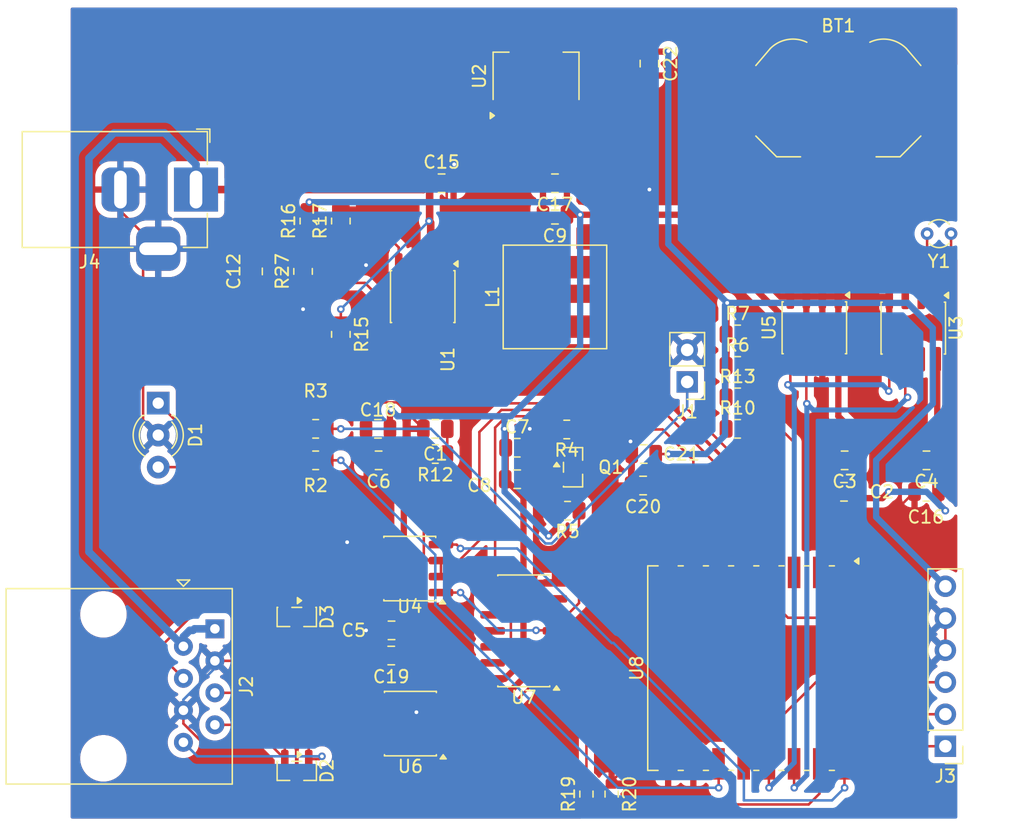
<source format=kicad_pcb>
(kicad_pcb (version 20241229) (generator "pcbnew") (generator_version "9.0")
  (layers (0 "F.Cu" signal) (2 "B.Cu" signal) (13 "F.Paste" user) (15 "B.Paste" user) (5 "F.SilkS" user "F.Silkscreen") (7 "B.SilkS" user "B.Silkscreen") (1 "F.Mask" user) (3 "B.Mask" user) (25 "Edge.Cuts" user))
  (net 0 "")
  (net 1 "Net-(C12-Pad1)")
  (net 2 "FullDuplex")
  (net 3 "HalfDuplex")
  (net 4 "RST")
  (net 5 "Net-(C1-Pad1)")
  (net 6 "FULL_RS485_A")
  (net 7 "+3.3V")
  (net 8 "GND")
  (net 9 "EN")
  (net 10 "+5V")
  (net 11 "BAT")
  (net 13 "FULL_RS485_B")
  (net 14 "HALF_RS485_B")
  (net 15 "HALF_RS485_A")
  (net 16 "+12V")
  (net 17 "GPIO0")
  (net 18 "Net-(U3-X2)")
  (net 19 "Net-(U3-X1)")
  (net 20 "SDA")
  (net 21 "RX")
  (net 22 "SCL")
  (net 23 "TX")
  (net 24 "Debug")
  (net 28 "Net-(Q1-B)")
  (net 33 "DE{slash}RE")
  (net 34 "Net-(R19-Pad2)")
  (net 35 "Net-(U4-R)")
  (net 36 "Net-(U6-R)")
  (net 37 "Net-(D1-A2)")
  (net 38 "Net-(D1-A1)")
  (net 39 "U1 - L1")
  (net 40 "Net-(U8-GPIO2)")
  (net 41 "Net-(U1-EN)")
  (net 42 "Net-(U1-FB)")
  (net 43 "Net-(U1-COMP)")
  (footprint "Resistor_SMD:R_0603_1608Metric" (layer "F.Cu") (at 186.5 92.5 -90)
    (property "Reference" "R20")
    (property "Value" "10kΩ")
  )
  (footprint "Crystal:Crystal_DS26_D2.0mm_L6.0mm_Vertical" (layer "F.Cu") (at 213.45 48 180)
    (property "Reference" "Y1")
    (property "Value" "Crystal")
  )
  (footprint "Resistor_SMD:R_0805_2012Metric" (layer "F.Cu") (at 165 56 -90)
    (property "Reference" "R15")
    (property "Value" "10kΩ")
  )
  (footprint "Resistor_SMD:R_0805_2012Metric" (layer "F.Cu") (at 172.5 65.5 180)
    (property "Reference" "R12")
    (property "Value" "560Ω")
  )
  (footprint "Capacitor_SMD:C_0805_2012Metric" (layer "F.Cu") (at 167.95 63.5 180)
    (property "Reference" "C18")
    (property "Value" "100nF" (hide yes))
  )
  (footprint "Capacitor_SMD:C_0805_2012Metric" (layer "F.Cu") (at 182 44 180)
    (property "Reference" "C17")
    (property "Value" "100nF")
  )
  (footprint "Resistor_SMD:R_0805_2012Metric" (layer "F.Cu") (at 162.5 47 90)
    (property "Reference" "R16")
    (property "Value" "24.9kΩ")
  )
  (footprint "Resistor_SMD:R_0805_2012Metric" (layer "F.Cu") (at 165 47 90)
    (property "Reference" "R17")
    (property "Value" "4.75kΩ")
  )
  (footprint "Capacitor_SMD:C_0805_2012Metric" (layer "F.Cu") (at 211.5 68.5 180)
    (property "Reference" "C16")
    (property "Value" "100nF" (hide yes))
  )
  (footprint "Package_TO_SOT_SMD:SOT-223-3_TabPin2" (layer "F.Cu") (at 180.5 35.5 90)
    (property "Reference" "U2")
    (property "Value" "AMS1117-3.3")
  )
  (footprint "Resistor_SMD:R_0603_1608Metric" (layer "F.Cu") (at 184.5 92.5 90)
    (property "Reference" "R19")
    (property "Value" "3.3kΩ")
  )
  (footprint "Package_TO_SOT_SMD:SOT-23" (layer "F.Cu") (at 183.4375 66.55)
    (property "Reference" "Q1")
    (property "Value" "BC817" (hide yes))
  )
  (footprint "Resistor_SMD:R_0805_2012Metric" (layer "F.Cu") (at 179 65)
    (property "Reference" "C7")
    (property "Value" "100nF")
  )
  (footprint "Battery:BatteryHolder_LINX_BAT-HLD-012-SMT" (layer "F.Cu") (at 204.5 37.5 180)
    (property "Reference" "BT1")
    (property "Value" "Battery" (hide yes))
  )
  (footprint "Capacitor_SMD:C_0805_2012Metric" (layer "F.Cu") (at 173 44)
    (property "Reference" "C15")
    (property "Value" "100nF")
  )
  (footprint "Connector_BarrelJack:BarrelJack_Horizontal" (layer "F.Cu") (at 153.5 44.5)
    (property "Reference" "J4")
    (property "Value" "Barrel_Jack_MountingPin")
  )
  (footprint "Resistor_SMD:R_0805_2012Metric" (layer "F.Cu") (at 183 70 180)
    (property "Reference" "R5")
    (property "Value" "10kΩ")
  )
  (footprint "Connector_RJ:RJ45_Amphenol_54602-x08_Horizontal" (layer "F.Cu") (at 152.5 79.5 -90)
    (property "Reference" "J2")
    (property "Value" "RJ45")
  )
  (footprint "Capacitor_SMD:C_0805_2012Metric" (layer "F.Cu") (at 189.05 65.5 180)
    (property "Reference" "C21")
    (property "Value" "100nF" (hide yes))
  )
  (footprint "Inductor_SMD:L_Coilcraft_XAL7030-222" (layer "F.Cu") (at 182 53.025 90)
    (property "Reference" "L1")
    (property "Value" "220uH")
  )
  (footprint "Connector_PinHeader_2.54mm:PinHeader_1x02_P2.54mm_Vertical" (layer "F.Cu") (at 192.5 59.775 180)
    (property "Reference" "J1")
    (property "Value" "Conn_01x02_Pin")
  )
  (footprint "Connector_PinHeader_2.54mm:PinHeader_1x06_P2.54mm_Vertical" (layer "F.Cu") (at 213 88.7 180)
    (property "Reference" "J3")
    (property "Value" "Conn_01x06_Pin")
  )
  (footprint "Package_TO_SOT_SMD:SOT-23" (layer "F.Cu") (at 161.5 78.4375 -90)
    (property "Reference" "D3")
    (property "Value" "SM712_SOT23" (hide yes))
  )
  (footprint "Resistor_SMD:R_0805_2012Metric" (layer "F.Cu") (at 196.5 61)
    (property "Reference" "R13")
    (property "Value" "4.7kΩ")
  )
  (footprint "Resistor_SMD:R_0805_2012Metric" (layer "F.Cu") (at 162 51 90)
    (property "Reference" "R27")
    (property "Value" "4.75kΩ")
  )
  (footprint "Capacitor_SMD:C_0805_2012Metric" (layer "F.Cu") (at 169 81.5 180)
    (property "Reference" "C19")
    (property "Value" "100nF")
  )
  (footprint "Resistor_SMD:R_0805_2012Metric" (layer "F.Cu") (at 196.5 58.5)
    (property "Reference" "R6")
    (property "Value" "4.7kΩ")
  )
  (footprint "Resistor_SMD:R_0805_2012Metric" (layer "F.Cu") (at 196.5 56)
    (property "Reference" "R7")
    (property "Value" "4.7kΩ")
  )
  (footprint "Package_SO:SOIC-8_3.9x4.9mm_P1.27mm" (layer "F.Cu") (at 170.525 86.905 180)
    (property "Reference" "U6")
    (property "Value" "SN75176AD" (hide yes))
  )
  (footprint "Capacitor_SMD:C_0805_2012Metric" (layer "F.Cu") (at 172.5 63.5 180)
    (property "Reference" "C1")
    (property "Value" "100nF")
  )
  (footprint "Capacitor_SMD:C_0805_2012Metric" (layer "F.Cu") (at 205 66 180)
    (property "Reference" "C3")
    (property "Value" "100nF")
  )
  (footprint "LED_THT:LED_D3.0mm-3" (layer "F.Cu") (at 150.5 61.46 -90)
    (property "Reference" "D1")
    (property "Value" "LED_Dual_AAK" (hide yes))
  )
  (footprint "RF_Module:ESP-07" (layer "F.Cu") (at 200.0875 82.5 -90)
    (property "Reference" "U8")
    (property "Value" "ESP-07")
  )
  (footprint "Package_SO:SOIC-8_3.9x4.9mm_P1.27mm" (layer "F.Cu") (at 170.475 74.595 180)
    (property "Reference" "U4")
    (property "Value" "SN75176AD" (hide yes))
  )
  (footprint "Package_SO:SOIC-14_3.9x8.7mm_P1.27mm" (layer "F.Cu") (at 179.525 79.54 180)
    (property "Reference" "U7")
    (property "Value" "74HC4066D" (hide yes))
  )
  (footprint "Resistor_SMD:R_0805_2012Metric" (layer "F.Cu") (at 196.5 63.5)
    (property "Reference" "R10")
    (property "Value" "5.6kΩ")
  )
  (footprint "Capacitor_SMD:C_0805_2012Metric" (layer "F.Cu") (at 189 68 180)
    (property "Reference" "C20")
    (property "Value" "100nF")
  )
  (footprint "Capacitor_SMD:C_0805_2012Metric" (layer "F.Cu") (at 182 46.5 180)
    (property "Reference" "C9")
    (property "Value" "100nF")
  )
  (footprint "Resistor_SMD:R_0805_2012Metric" (layer "F.Cu") (at 163 66 180)
    (property "Reference" "R2")
    (property "Value" "1kΩ")
  )
  (footprint "Package_SO:SOIC-8_3.9x4.9mm_P1.27mm" (layer "F.Cu") (at 171.5 53 -90)
    (property "Reference" "U1")
    (property "Value" "NCP3170")
  )
  (footprint "Resistor_SMD:R_0805_2012Metric" (layer "F.Cu") (at 182.9375 63.55 180)
    (property "Reference" "R4")
    (property "Value" "1kΩ")
  )
  (footprint "Capacitor_SMD:C_0805_2012Metric" (layer "F.Cu") (at 169.025 79.5 180)
    (property "Reference" "C5")
    (property "Value" "100nF" (hide yes))
  )
  (footprint "Package_SO:SOIC-8_3.9x4.9mm_P1.27mm" (layer "F.Cu") (at 210.45 55.5 -90)
    (property "Reference" "U3")
    (property "Value" "DS1307Z+" (hide yes))
  )
  (footprint "Capacitor_SMD:C_0805_2012Metric" (layer "F.Cu") (at 159.5 51 -90)
    (property "Reference" "C12")
    (property "Value" "100nF")
  )
  (footprint "Capacitor_SMD:C_0805_2012Metric" (layer "F.Cu") (at 168 66 180)
    (property "Reference" "C6")
    (property "Value" "100nF")
  )
  (footprint "Package_SO:SOIC-8_3.9x4.9mm_P1.27mm" (layer "F.Cu") (at 202.595 55.475 -90)
    (property "Reference" "U5")
    (property "Value" "24M02RD" (hide yes))
  )
  (footprint "Capacitor_SMD:C_0805_2012Metric" (layer "F.Cu") (at 179 67.5)
    (property "Reference" "C8")
    (property "Value" "100nF")
  )
  (footprint "Capacitor_SMD:C_0805_2012Metric" (layer "F.Cu") (at 189.5 34.5 -90)
    (property "Reference" "C22")
    (property "Value" "100nF")
  )
  (footprint "Resistor_SMD:R_0805_2012Metric" (layer "F.Cu") (at 163 63.5 180)
    (property "Reference" "R3")
    (property "Value" "10kΩ")
  )
  (footprint "Capacitor_SMD:C_0805_2012Metric" (layer "F.Cu") (at 211.5 66 180)
    (property "Reference" "C4")
    (property "Value" "100nF")
  )
  (footprint "Package_TO_SOT_SMD:SOT-23" (layer "F.Cu") (at 161.5 90.6575 -90)
    (property "Reference" "D2")
    (property "Value" "SM712_SOT23" (hide yes))
  )
  (footprint "Capacitor_SMD:C_0805_2012Metric" (layer "F.Cu") (at 204.95 68.5 180)
    (property "Reference" "C2")
    (property "Value" "100nF" (hide yes))
  )
  (segment (start 159.5 50.05) (end 161.9625 50.05) (width 0.2) (layer "F.Cu") (net 1))
  (segment (start 161.9625 50.05) (end 162 50.0875) (width 0.2) (layer "F.Cu") (net 1))
  (segment (start 183.85 62.85) (end 183.5 62.5) (width 0.2) (layer "F.Cu") (net 2))
  (segment (start 178.150057 62.5) (end 177.249 63.401057) (width 0.2) (layer "F.Cu") (net 2))
  (segment (start 177.249 63.401057) (end 177.249 73.914032) (width 0.2) (layer "F.Cu") (net 2))
  (segment (start 177.249 73.914032) (end 178.5 75.165032) (width 0.2) (layer "F.Cu") (net 2))
  (segment (start 178.5 81.604999) (end 178.024999 82.08) (width 0.2) (layer "F.Cu") (net 2))
  (segment (start 183.85 63.55) (end 183.85 62.85) (width 0.2) (layer "F.Cu") (net 2))
  (segment (start 178.5 75.165032) (end 178.5 81.604999) (width 0.2) (layer "F.Cu") (net 2))
  (segment (start 192.9875 65.9875) (end 190.55 63.55) (width 0.2) (layer "F.Cu") (net 2))
  (segment (start 183.5 62.5) (end 178.150057 62.5) (width 0.2) (layer "F.Cu") (net 2))
  (segment (start 192.9875 74.9) (end 192.9875 65.9875) (width 0.2) (layer "F.Cu") (net 2))
  (segment (start 190.55 63.55) (end 183.85 63.55) (width 0.2) (layer "F.Cu") (net 2))
  (segment (start 178.024999 82.08) (end 177.05 82.08) (width 0.2) (layer "F.Cu") (net 2))
  (segment (start 184.375 66.55) (end 183.9125 67.0125) (width 0.2) (layer "F.Cu") (net 3))
  (segment (start 183.9125 67.0125) (end 183.9125 70) (width 0.2) (layer "F.Cu") (net 3))
  (segment (start 182.974999 78.27) (end 182 78.27) (width 0.2) (layer "F.Cu") (net 3))
  (segment (start 183.9125 70) (end 183.9125 77.332499) (width 0.2) (layer "F.Cu") (net 3))
  (segment (start 183.9125 77.332499) (end 182.974999 78.27) (width 0.2) (layer "F.Cu") (net 3))
  (segment (start 198.9875 74.9) (end 198.9875 65.075) (width 0.2) (layer "F.Cu") (net 4))
  (segment (start 203.5 78.5) (end 204.9875 77.0125) (width 0.2) (layer "F.Cu") (net 4))
  (segment (start 204.9875 77.0125) (end 204.9875 74.9) (width 0.2) (layer "F.Cu") (net 4))
  (segment (start 200.5 78.5) (end 203.5 78.5) (width 0.2) (layer "F.Cu") (net 4))
  (segment (start 198.9875 74.9) (end 198.9875 76.9875) (width 0.2) (layer "F.Cu") (net 4))
  (segment (start 198.9875 76.9875) (end 200.5 78.5) (width 0.2) (layer "F.Cu") (net 4))
  (segment (start 198.9875 65.075) (end 197.4125 63.5) (width 0.2) (layer "F.Cu") (net 4))
  (segment (start 173.45 63.5) (end 173.45 65.4625) (width 0.2) (layer "F.Cu") (net 5))
  (segment (start 173.45 65.4625) (end 173.4125 65.5) (width 0.2) (layer "F.Cu") (net 5))
  (segment (start 157.83 87) (end 155 87) (width 0.2) (layer "F.Cu") (net 6))
  (segment (start 160.55 89.72) (end 157.83 87) (width 0.2) (layer "F.Cu") (net 6))
  (segment (start 161.73 86.27) (end 168.05 86.27) (width 0.2) (layer "F.Cu") (net 6))
  (segment (start 160.55 87.45) (end 161.73 86.27) (width 0.2) (layer "F.Cu") (net 6))
  (segment (start 160.55 89.72) (end 160.55 87.45) (width 0.2) (layer "F.Cu") (net 6))
  (segment (start 180.5 32.35) (end 180.5 38.65) (width 0.5) (layer "F.Cu") (net 7))
  (segment (start 189.5 33.55) (end 190.95 33.55) (width 0.5) (layer "F.Cu") (net 7))
  (segment (start 195.675 57.475) (end 195.675 53.5) (width 0.2) (layer "F.Cu") (net 7))
  (segment (start 195.675 56) (end 195.675 57.475) (width 0.4) (layer "F.Cu") (net 7))
  (segment (start 195.675 53.5) (end 195.675 56) (width 0.4) (layer "F.Cu") (net 7))
  (segment (start 195.675 61) (end 195.675 58.5) (width 0.2) (layer "F.Cu") (net 7))
  (segment (start 190 66.75) (end 190 67.575) (width 0.5) (layer "F.Cu") (net 7))
  (segment (start 190.95 33.55) (end 191 33.5) (width 0.2) (layer "F.Cu") (net 7))
  (segment (start 195.675 57.475) (end 195.675 58.5) (width 0.4) (layer "F.Cu") (net 7))
  (segment (start 189.95 68) (end 189.95 73.8625) (width 0.5) (layer "F.Cu") (net 7))
  (segment (start 188.3 32.35) (end 189.5 33.55) (width 0.5) (layer "F.Cu") (net 7))
  (segment (start 180.5 32.35) (end 188.3 32.35) (width 0.5) (layer "F.Cu") (net 7))
  (segment (start 190 67.575) (end 189.825 67.75) (width 0.2) (layer "F.Cu") (net 7))
  (segment (start 195.675 63.5) (end 195.675 61) (width 0.2) (layer "F.Cu") (net 7))
  (segment (start 191 65.5) (end 190 65.5) (width 0.2) (layer "F.Cu") (net 7))
  (segment (start 190 65.25) (end 190 66.75) (width 0.5) (layer "F.Cu") (net 7))
  (segment (start 189.95 73.8625) (end 190.9875 74.9) (width 0.5) (layer "F.Cu") (net 7))
  (via (at 195.675 53.5) (size 0.6) (drill 0.3) (layers "F.Cu" "B.Cu") (net 7))
  (via (at 191 65.5) (size 0.6) (drill 0.3) (layers "F.Cu" "B.Cu") (net 7))
  (via (at 191 33.5) (size 0.6) (drill 0.3) (layers "F.Cu" "B.Cu") (net 7))
  (segment (start 212 61.5) (end 207.5 66) (width 0.5) (layer "B.Cu") (net 7))
  (segment (start 207.5 70.5) (end 213 76) (width 0.5) (layer "B.Cu") (net 7))
  (segment (start 191 33.5) (end 191 48.825) (width 0.5) (layer "B.Cu") (net 7))
  (segment (start 194 65.5) (end 195.5 64) (width 0.5) (layer "B.Cu") (net 7))
  (segment (start 210 53.5) (end 212 55.5) (width 0.5) (layer "B.Cu") (net 7))
  (segment (start 195.5 53.675) (end 195.675 53.5) (width 0.2) (layer "B.Cu") (net 7))
  (segment (start 195.675 53.5) (end 210 53.5) (width 0.5) (layer "B.Cu") (net 7))
  (segment (start 191 65.5) (end 194 65.5) (width 0.5) (layer "B.Cu") (net 7))
  (segment (start 212 55.5) (end 212 61.5) (width 0.5) (layer "B.Cu") (net 7))
  (segment (start 191 48.825) (end 195.675 53.5) (width 0.5) (layer "B.Cu") (net 7))
  (segment (start 207.5 66) (end 207.5 70.5) (width 0.5) (layer "B.Cu") (net 7))
  (segment (start 195.5 64) (end 195.5 53.675) (width 0.5) (layer "B.Cu") (net 7))
  (segment (start 189.4125 91.675) (end 190.9875 90.1) (width 0.2) (layer "F.Cu") (net 8))
  (segment (start 161.5 79.375) (end 158.955 81.92) (width 0.2) (layer "F.Cu") (net 8))
  (segment (start 180.73 75.73) (end 182 75.73) (width 0.2) (layer "F.Cu") (net 8))
  (segment (start 186.5 91.675) (end 189.4125 91.675) (width 0.2) (layer "F.Cu") (net 8))
  (segment (start 167 64) (end 167.05 64.05) (width 0.2) (layer "F.Cu") (net 8))
  (segment (start 188.1 65.25) (end 188.1 67.575) (width 0.2) (layer "F.Cu") (net 8))
  (segment (start 204 66.5) (end 204 68.5) (width 0.2) (layer "F.Cu") (net 8))
  (segment (start 173.405 44.545) (end 173.95 44) (width 0.2) (layer "F.Cu") (net 8))
  (segment (start 168.225 81.7) (end 168.075 81.85) (width 0.2) (layer "F.Cu") (net 8))
  (segment (start 170.865 50.525) (end 170.865 52.135) (width 0.2) (layer "F.Cu") (net 8))
  (segment (start 205.025 53.025) (end 206.5 53.025) (width 0.2) (layer "F.Cu") (net 8))
  (segment (start 188.26 61.475) (end 192.5 57.235) (width 0.2) (layer "F.Cu") (net 8))
  (segment (start 167.05 64.05) (end 167.05 66) (width 0.2) (layer "F.Cu") (net 8))
  (segment (start 186.5 91.675) (end 186.5 91.5) (width 0.2) (layer "F.Cu") (net 8))
  (segment (start 149.299 50.401) (end 150.5 49.2) (width 0.2) (layer "F.Cu") (net 8))
  (segment (start 206.5 61.95) (end 210.55 66) (width 0.2) (layer "F.Cu") (net 8))
  (segment (start 189.5 35.45) (end 189.5 44.5) (width 0.2) (layer "F.Cu") (net 8))
  (segment (start 173.889943 87.54) (end 173 87.54) (width 0.2) (layer "F.Cu") (net 8))
  (segment (start 169.449 61.399) (end 168.5 61.399) (width 0.2) (layer "F.Cu") (net 8))
  (segment (start 174 42.5) (end 174.35 42.5) (width 0.2) (layer "F.Cu") (net 8))
  (segment (start 161.55 54) (end 162 54) (width 0.2) (layer "F.Cu") (net 8))
  (segment (start 165 46.0875) (end 170.0875 46.0875) (width 0.2) (layer "F.Cu") (net 8))
  (segment (start 188.05 89.95) (end 188.05 82) (width 0.2) (layer "F.Cu") (net 8))
  (segment (start 168.376 61.399) (end 167 62.775) (width 0.2) (layer "F.Cu") (net 8))
  (segment (start 179.95 67.5) (end 180.5 68.05) (width 0.2) (layer "F.Cu") (net 8))
  (segment (start 174.35 42.5) (end 178.2 38.65) (width 0.2) (layer "F.Cu") (net 8))
  (segment (start 147.5 46.2) (end 150.5 49.2) (width 0.2) (layer "F.Cu") (net 8))
  (segment (start 181.05 46.5) (end 181.05 44) (width 0.2) (layer "F.Cu") (net 8))
  (segment (start 170.865 46.865) (end 170.865 50.525) (width 0.2) (layer "F.Cu") (net 8))
  (segment (start 162 56.5) (end 162 54) (width 0.2) (layer "F.Cu") (net 8))
  (segment (start 169.525 61.475) (end 188.26 61.475) (width 0.2) (layer "F.Cu") (net 8))
  (segment (start 168.075 79.5) (end 168.075 81.35) (width 0.2) (layer "F.Cu") (net 8))
  (segment (start 181.05 42.55) (end 178.2 39.7) (width 0.2) (layer "F.Cu") (net 8))
  (segment (start 192.19 44.5) (end 200.69 53) (width 0.2) (layer "F.Cu") (net 8))
  (segment (start 168.5 61.399) (end 168.376 61.399) (width 0.2) (layer "F.Cu") (net 8))
  (segment (start 172.025001 87.54) (end 167.970001 91.595) (width 0.2) (layer "F.Cu") (net 8))
  (segment (start 179.9125 65) (end 179.9125 63.5875) (width 0.2) (layer "F.Cu") (net 8))
  (segment (start 200.69 53) (end 201.96 53) (width 0.2) (layer "F.Cu") (net 8))
  (segment (start 149.349 51.95) (end 149.299 52) (width 0.2) (layer "F.Cu") (net 8))
  (segment (start 203.23 57.95) (end 203.23 65.18) (width 0.2) (layer "F.Cu") (net 8))
  (segment (start 169.525 61.475) (end 169.449 61.399) (width 0.2) (layer "F.Cu") (net 8))
  (segment (start 167 51) (end 167 50.5) (width 0.2) (layer "F.Cu") (net 8))
  (segment (start 210.9 68.15) (end 210.55 68.5) (width 0.2) (layer "F.Cu") (net 8))
  (segment (start 167 62.775) (end 167 63.5) (width 0.2) (layer "F.Cu") (net 8))
  (segment (start 181.05 44) (end 181.05 42.55) (width 0.2) (layer "F.Cu") (net 8))
  (segment (start 158.955 81.92) (end 155 81.92) (width 0.2) (layer "F.Cu") (net 8))
  (segment (start 186.5 91.5) (end 188.05 89.95) (width 0.2) (layer "F.Cu") (net 8))
  (segment (start 201.96 53) (end 203.23 53) (width 0.2) (layer "F.Cu") (net 8))
  (segment (start 168.225 81.5) (end 168.225 81.7) (width 0.2) (layer "F.Cu") (net 8))
  (segment (start 168.075 79.5) (end 167 79.5) (width 0.2) (layer "F.Cu") (net 8))
  (segment (start 188.1 67.575) (end 188.275 67.75) (width 0.2) (layer "F.Cu") (net 8))
  (segment (start 204 68.5) (end 204 70) (width 0.2) (layer "F.Cu") (net 8))
  (segment (start 167.970001 91.595) (end 161.5 91.595) (width 0.2) (layer "F.Cu") (net 8))
  (segment (start 159.5 51.95) (end 149.349 51.95) (width 0.2) (layer "F.Cu") (net 8))
  (segment (start 173.405 50.525) (end 173.405 44.545) (width 0.2) (layer "F.Cu") (net 8))
  (segment (start 180.5 75.5) (end 180.73 75.73) (width 0.2) (layer "F.Cu") (net 8))
  (segment (start 204.5 53) (end 205 53) (width 0.2) (layer "F.Cu") (net 8))
  (segment (start 178.2 39.7) (end 178.2 38.65) (width 0.2) (layer "F.Cu") (net 8))
  (segment (start 206.5 53.025) (end 206.5 61.95) (width 0.2) (layer "F.Cu") (net 8))
  (segment (start 205 53) (end 205.025 53.025) (width 0.2) (layer "F.Cu") (net 8))
  (segment (start 206.5 53.025) (end 208.545 53.025) (width 0.2) (layer "F.Cu") (net 8))
  (segment (start 161.5 91.595) (end 157.191339 91.595) (width 0.2) (layer "F.Cu") (net 8))
  (segment (start 167 63.5) (end 167 64) (width 0.2) (layer "F.Cu") (net 8))
  (segment (start 213 81.08) (end 213 78.54) (width 0.2) (layer "F.Cu") (net 8))
  (segment (start 168.5 58) (end 163.5 58) (width 0.2) (layer "F.Cu") (net 8))
  (segment (start 163.5 58) (end 149.299 58) (width 0.2) (layer "F.Cu") (net 8))
  (segment (start 204.5 53) (end 203.23 53) (width 0.2) (layer "F.Cu") (net 8))
  (segment (start 170.865 52.135) (end 170 53) (width 0.2) (layer "F.Cu") (net 8))
  (segment (start 210.55 66) (end 210.55 68.5) (width 0.2) (layer "F.Cu") (net 8))
  (segment (start 188.05 82) (end 212.08 82) (width 0.2) (layer "F.Cu") (net 8))
  (segment (start 180.5 68.05) (end 180.5 69.5) (width 0.2) (layer "F.Cu") (net 8))
  (segment (start 163.5 58) (end 162 56.5) (width 0.2) (layer "F.Cu") (net 8))
  (segment (start 180.5 69.5) (end 180.5 75.5) (width 0.2) (layer "F.Cu") (net 8))
  (segment (start 168.075 81.35) (end 168.225 81.5) (width 0.2) (layer "F.Cu") (net 8))
  (segment (start 147.5 44.5) (end 147.5 46.2) (width 0.2) (layer "F.Cu") (net 8))
  (segment (start 173 87.54) (end 172.025001 87.54) (width 0.2) (layer "F.Cu") (net 8))
  (segment (start 152.5 86.903661) (end 152.5 85.85) (width 0.2) (layer "F.Cu") (net 8))
  (segment (start 149.299 52) (end 149.299 50.401) (width 0.2) (layer "F.Cu") (net 8))
  (segment (start 197.5 44.5) (end 192.19 44.5) (width 0.2) (layer "F.Cu") (net 8))
  (segment (start 149.299 58) (end 149.299 52) (width 0.2) (layer "F.Cu") (net 8))
  (segment (start 159.5 51.95) (end 161.55 54) (width 0.2) (layer "F.Cu") (net 8))
  (segment (start 189.5 44.5) (end 192.19 44.5) (width 0.2) (layer "F.Cu") (net 8))
  (segment (start 167.5 51.5) (end 167 51) (width 0.2) (layer "F.Cu") (net 8))
  (segment (start 157.191339 91.595) (end 152.5 86.903661) (width 0.2) (layer "F.Cu") (net 8))
  (segment (start 171.55 63.5) (end 169.525 61.475) (width 0.2) (layer "F.Cu") (net 8))
  (segment (start 179.9125 65) (end 179.9125 67.4625) (width 0.2) (layer "F.Cu") (net 8))
  (segment (start 173.95 42.55) (end 174 42.5) (width 0.2) (layer "F.Cu") (net 8))
  (segment (start 170 53) (end 169 53) (width 0.2) (layer "F.Cu") (net 8))
  (segment (start 170.0875 46.0875) (end 170.865 46.865) (width 0.2) (layer "F.Cu") (net 8))
  (segment (start 204.05 66) (end 204.05 66.45) (width 0.2) (layer "F.Cu") (net 8))
  (segment (start 209.05 70) (end 210.55 68.5) (width 0.2) (layer "F.Cu") (net 8))
  (segment (start 149.299 62.799) (end 149.299 58) (width 0.2) (layer "F.Cu") (net 8))
  (segment (start 168.05 80.85) (end 168.05 85) (width 0.2) (layer "F.Cu") (net 8))
  (segment (start 173.95 44) (end 173.95 42.55) (width 0.2) (layer "F.Cu") (net 8))
  (segment (start 168 72.69) (end 165.69 72.69) (width 0.2) (layer "F.Cu") (net 8))
  (segment (start 168.5 61.399) (end 168.5 58) (width 0.2) (layer "F.Cu") (net 8))
  (segment (start 192.9875 90.1) (end 190.9875 90.1) (width 0.2) (layer "F.Cu") (net 8))
  (segment (start 171 86) (end 171.27 86.27) (width 0.2) (layer "F.Cu") (net 8))
  (segment (start 188.05 82) (end 188.05 68) (width 0.2) (layer "F.Cu") (net 8))
  (segment (start 188.1 65.5) (end 188.1 64.6) (width 0.2) (layer "F.Cu") (net 8))
  (segment (start 204.05 66.45) (end 204 66.5) (width 0.2) (layer "F.Cu") (net 8))
  (segment (start 165.69 72.69) (end 165.5 72.5) (width 0.2) (layer "F.Cu") (net 8))
  (segment (start 212.08 82) (end 213 81.08) (width 0.2) (layer "F.Cu") (net 8))
  (segment (start 179.9125 63.5875) (end 180 63.5) (width 0.2) (layer "F.Cu") (net 8))
  (segment (start 203.23 65.18) (end 204.05 66) (width 0.2) (layer "F.Cu") (net 8))
  (segment (start 204.5 37.5) (end 197.5 44.5) (width 0.2) (layer "F.Cu") (net 8))
  (segment (start 171.27 86.27) (end 173 86.27) (width 0.2) (layer "F.Cu") (net 8))
  (segment (start 179.9125 67.4625) (end 179.95 67.5) (width 0.2) (layer "F.Cu") (net 8))
  (segment (start 188.1 64.6) (end 188 64.5) (width 0.2) (layer "F.Cu") (net 8))
  (segment (start 182.5 67.5) (end 180.5 69.5) (width 0.2) (layer "F.Cu") (net 8))
  (segment (start 150.5 64) (end 149.299 62.799) (width 0.2) (layer "F.Cu") (net 8))
  (segment (start 173 87.54) (end 173 86.27) (width 0.2) (layer "F.Cu") (net 8))
  (segment (start 204 70) (end 209.05 70) (width 0.2) (layer "F.Cu") (net 8))
  (segment (start 169 53) (end 167.5 51.5) (width 0.2) (layer "F.Cu") (net 8))
  (via (at 167 79.5) (size 0.6) (drill 0.3) (layers "F.Cu" "B.Cu") (net 8))
  (via (at 188 64.5) (size 0.6) (drill 0.3) (layers "F.Cu" "B.Cu") (net 8))
  (via (at 189.5 44.5) (size 0.6) (drill 0.3) (layers "F.Cu" "B.Cu") (net 8))
  (via (at 167 50.5) (size 0.6) (drill 0.3) (layers "F.Cu" "B.Cu") (net 8))
  (via (at 162 54) (size 0.6) (drill 0.3) (layers "F.Cu" "B.Cu") (net 8))
  (via (at 180 63.5) (size 0.6) (drill 0.3) (layers "F.Cu" "B.Cu") (net 8))
  (via (at 165.5 72.5) (size 0.6) (drill 0.3) (layers "F.Cu" "B.Cu") (net 8))
  (via (at 174 42.5) (size 0.6) (drill 0.3) (layers "F.Cu" "B.Cu") (net 8))
  (via (at 171 86) (size 0.6) (drill 0.3) (layers "F.Cu" "B.Cu") (net 8))
  (segment (start 157.2 44.902) (end 157.2 49.2) (width 0.2) (layer "B.Cu") (net 8))
  (segment (start 188 64.5) (end 188 61.735) (width 0.2) (layer "B.Cu") (net 8))
  (segment (start 165.5 72.5) (end 171 78) (width 0.2) (layer "B.Cu") (net 8))
  (segment (start 188 61.735) (end 192.5 57.235) (width 0.2) (layer "B.Cu") (net 8))
  (segment (start 159 72.5) (end 150.5 64) (width 0.2) (layer "B.Cu") (net 8))
  (segment (start 157.2 49.2) (end 150.5 49.2) (width 0.2) (layer "B.Cu") (net 8))
  (segment (start 162 54) (end 157.2 49.2) (width 0.2) (layer "B.Cu") (net 8))
  (segment (start 159.602 42.5) (end 157.2 44.902) (width 0.2) (layer "B.Cu") (net 8))
  (segment (start 165.5 72.5) (end 159 72.5) (width 0.2) (layer "B.Cu") (net 8))
  (segment (start 171 78) (end 171 79.5) (width 0.2) (layer "B.Cu") (net 8))
  (segment (start 152.5 85) (end 155 82.5) (width 0.2) (layer "B.Cu") (net 8))
  (segment (start 152.5 85.85) (end 152.5 85) (width 0.2) (layer "B.Cu") (net 8))
  (segment (start 174 42.5) (end 159.602 42.5) (width 0.2) (layer "B.Cu") (net 8))
  (segment (start 171 79.5) (end 171 86) (width 0.2) (layer "B.Cu") (net 8))
  (segment (start 165.5 50.5) (end 162 54) (width 0.2) (layer "B.Cu") (net 8))
  (segment (start 180 63.5) (end 181 64.5) (width 0.2) (layer "B.Cu") (net 8))
  (segment (start 171 79.5) (end 167 79.5) (width 0.2) (layer "B.Cu") (net 8))
  (segment (start 187.5 42.5) (end 189.5 44.5) (width 0.2) (layer "B.Cu") (net 8))
  (segment (start 174 42.5) (end 187.5 42.5) (width 0.2) (layer "B.Cu") (net 8))
  (segment (start 155 82.5) (end 155 81.92) (width 0.2) (layer "B.Cu") (net 8))
  (segment (start 181 64.5) (end 188 64.5) (width 0.2) (layer "B.Cu") (net 8))
  (segment (start 167 50.5) (end 165.5 50.5) (width 0.2) (layer "B.Cu") (net 8))
  (segment (start 200.9875 74.9) (end 200.9875 64.575) (width 0.2) (layer "F.Cu") (net 9))
  (segment (start 200.9875 64.575) (end 197.4125 61) (width 0.2) (layer "F.Cu") (net 9))
  (segment (start 178.05 67.5) (end 179.5 68.95) (width 0.5) (layer "F.Cu") (net 10))
  (segment (start 169.975 81.3) (end 169.775 81.5) (width 0.2) (layer "F.Cu") (net 10))
  (segment (start 168 76.5) (end 168.5 76.5) (width 0.2) (layer "F.Cu") (net 10))
  (segment (start 212.355 57.975) (end 212.355 65.905) (width 0.5) (layer "F.Cu") (net 10))
  (segment (start 162.5 46.0875) (end 162.5 45.5) (width 0.2) (layer "F.Cu") (net 10))
  (segment (start 179.5 68.95) (end 179.5 81.874999) (width 0.5) (layer "F.Cu") (net 10))
  (segment (start 206.4 69) (end 208 69) (width 0.5) (layer "F.Cu") (net 10))
  (segment (start 178.0875 65) (end 178.0875 67.4625) (width 0.5) (layer "F.Cu") (net 10))
  (segment (start 169.975 76.5) (end 169.975 79.5) (width 0.5) (layer "F.Cu") (net 10))
  (segment (start 178.024999 83.35) (end 177.05 83.35) (width 0.2) (layer "F.Cu") (net 10))
  (segment (start 208 69) (end 208.5 68.5) (width 0.5) (layer "F.Cu") (net 10))
  (segment (start 204.5 56.975001) (end 203.488483 55.963484) (width 0.5) (layer "F.Cu") (net 10))
  (segment (start 212.355 65.905) (end 212.45 66) (width 0.2) (layer "F.Cu") (net 10))
  (segment (start 168.5 76.5) (end 170 76.5) (width 0.5) (layer "F.Cu") (net 10))
  (segment (start 178.0875 63.5875) (end 178 63.5) (width 0.2) (layer "F.Cu") (net 10))
  (segment (start 182.95 44) (end 182.95 46.5) (width 0.5) (layer "F.Cu") (net 10))
  (segment (start 204.5 56.975001) (end 204.5 57.95) (width 0.2) (layer "F.Cu") (net 10))
  (segment (start 212.45 68.5) (end 212.45 66) (width 0.5) (layer "F.Cu") (net 10))
  (segment (start 205.9 68.5) (end 205.9 68.1) (width 0.2) (layer "F.Cu") (net 10))
  (segment (start 203.488483 55.963484) (end 201.463484 55.963484) (width 0.5) (layer "F.Cu") (net 10))
  (segment (start 206 64) (end 205.95 64.05) (width 0.2) (layer "F.Cu") (net 10))
  (segment (start 170 76.5) (end 170 67.05) (width 0.5) (layer "F.Cu") (net 10))
  (segment (start 170 67.05) (end 168.95 66) (width 0.5) (layer "F.Cu") (net 10))
  (segment (start 192 46.5) (end 184 46.5) (width 0.5) (layer "F.Cu") (net 10))
  (segment (start 169.95 87.256968) (end 168.396968 88.81) (width 0.5) (layer "F.Cu") (net 10))
  (segment (start 168.396968 88.81) (end 168.05 88.81) (width 0.2) (layer "F.Cu") (net 10))
  (segment (start 168.9 63.5) (end 168.9 62.1) (width 0.5) (layer "F.Cu") (net 10))
  (segment (start 178.0875 67.4625) (end 178.05 67.5) (width 0.2) (layer "F.Cu") (net 10))
  (segment (start 212.45 69.45) (end 213 70) (width 0.5) (layer "F.Cu") (net 10))
  (segment (start 205.95 64.05) (end 205.95 66) (width 0.5) (layer "F.Cu") (net 10))
  (segment (start 168 76.5) (end 169.975 76.5) (width 0.5) (layer "F.Cu") (net 10))
  (segment (start 201.463484 55.963484) (end 192 46.5) (width 0.5) (layer "F.Cu") (net 10))
  (segment (start 205.9 68.1) (end 205.95 68.05) (width 0.2) (layer "F.Cu") (net 10))
  (segment (start 205.9 68.5) (end 206.4 69) (width 0.5) (layer "F.Cu") (net 10))
  (segment (start 182.95 46.5) (end 184 46.5) (width 0.5) (layer "F.Cu") (net 10))
  (segment (start 182.8 38.65) (end 182.8 43.85) (width 0.5) (layer "F.Cu") (net 10))
  (segment (start 204.198999 56.674) (end 204.5 56.975001) (width 0.5) (layer "F.Cu") (net 10))
  (segment (start 168.9 62.1) (end 169 62) (width 0.2) (layer "F.Cu") (net 10))
  (segment (start 168.95 63.55) (end 168.9 63.5) (width 0.2) (layer "F.Cu") (net 10))
  (segment (start 204.5 62.5) (end 206 64) (width 0.5) (layer "F.Cu") (net 10))
  (segment (start 205.95 68.05) (end 205.95 66) (width 0.5) (layer "F.Cu") (net 10))
  (segment (start 169.95 81.5) (end 169.95 87.256968) (width 0.5) (layer "F.Cu") (net 10))
  (segment (start 178.0875 65) (end 178.0875 63.5875) (width 0.5) (layer "F.Cu") (net 10))
  (segment (start 182.0875 71.4125) (end 181.5 72) (width 0.5) (layer "F.Cu") (net 10))
  (segment (start 169.975 79.5) (end 169.975 81.3) (width 0.5) (layer "F.Cu") (net 10))
  (segment (start 182.8 43.85) (end 182.95 44) (width 0.2) (layer "F.Cu") (net 10))
  (segment (start 182.0875 70) (end 182.0875 71.4125) (width 0.5) (layer "F.Cu") (net 10))
  (segment (start 204.5 57.95) (end 204.5 62.5) (width 0.5) (layer "F.Cu") (net 10))
  (segment (start 212.45 68.5) (end 212.45 69.45) (width 0.5) (layer "F.Cu") (net 10))
  (segment (start 182.95 49.715) (end 182 50.665) (width 0.5) (layer "F.Cu") (net 10))
  (segment (start 182.95 46.5) (end 182.95 49.715) (width 0.5) (layer "F.Cu") (net 10))
  (segment (start 168.95 66) (end 168.95 63.55) (width 0.5) (layer "F.Cu") (net 10))
  (segment (start 179.5 81.874999) (end 178.024999 83.35) (width 0.5) (layer "F.Cu") (net 10))
  (via (at 162.5 45.5) (size 0.6) (drill 0.3) (layers "F.Cu" "B.Cu") (net 10))
  (via (at 213 70) (size 0.6) (drill 0.3) (layers "F.Cu" "B.Cu") (net 10))
  (via (at 169 62) (size 0.6) (drill 0.3) (layers "F.Cu" "B.Cu") (net 10))
  (via (at 208.5 68.5) (size 0.6) (drill 0.3) (layers "F.Cu" "B.Cu") (net 10))
  (via (at 181.5 72) (size 0.6) (drill 0.3) (layers "F.Cu" "B.Cu") (net 10))
  (via (at 184 46.5) (size 0.6) (drill 0.3) (layers "F.Cu" "B.Cu") (net 10))
  (via (at 178 63.5) (size 0.6) (drill 0.3) (layers "F.Cu" "B.Cu") (net 10))
  (segment (start 184 57) (end 178.5 62.5) (width 0.5) (layer "B.Cu") (net 10))
  (segment (start 183 45.5) (end 184 46.5) (width 0.5) (layer "B.Cu") (net 10))
  (segment (start 178 68.5) (end 181.5 72) (width 0.5) (layer "B.Cu") (net 10))
  (segment (start 169 62) (end 169.5 62.5) (width 0.5) (layer "B.Cu") (net 10))
  (segment (start 169.5 62.5) (end 178 62.5) (width 0.5) (layer "B.Cu") (net 10))
  (segment (start 178.5 62.5) (end 178 62.5) (width 0.5) (layer "B.Cu") (net 10))
  (segment (start 184 46.5) (end 184 57) (width 0.5) (layer "B.Cu") (net 10))
  (segment (start 213 70) (end 211.5 68.5) (width 0.5) (layer "B.Cu") (net 10))
  (segment (start 162.5 45.5) (end 183 45.5) (width 0.5) (layer "B.Cu") (net 10))
  (segment (start 178 62.5) (end 178 68.5) (width 0.5) (layer "B.Cu") (net 10))
  (segment (start 211.5 68.5) (end 208.5 68.5) (width 0.5) (layer "B.Cu") (net 10))
  (segment (start 205.5 31.5) (end 207.4 31.5) (width 0.4) (layer "F.Cu") (net 11))
  (segment (start 202.861832 31.5) (end 205.5 31.5) (width 0.4) (layer "F.Cu") (net 11))
  (segment (start 196.9 37.5) (end 196.9 37.461832) (width 0.2) (layer "F.Cu") (net 11))
  (segment (start 209.815 53.025) (end 209.815 39.785) (width 0.5) (layer "F.Cu") (net 11))
  (segment (start 196.9 37.461832) (end 202.861832 31.5) (width 0.4) (layer "F.Cu") (net 11))
  (segment (start 196.9 37.5) (end 196.9 36.2) (width 0.2) (layer "F.Cu") (net 11))
  (segment (start 209.815 39.785) (end 212.1 37.5) (width 0.5) (layer "F.Cu") (net 11))
  (segment (start 212.1 36.2) (end 212.1 37.5) (width 0.2) (layer "F.Cu") (net 11))
  (segment (start 207.4 31.5) (end 212.1 36.2) (width 0.4) (layer "F.Cu") (net 11))
  (segment (start 163.28 89.72) (end 163.5 89.5) (width 0.2) (layer "F.Cu") (net 13))
  (segment (start 168.05 87.54) (end 162.96 87.54) (width 0.2) (layer "F.Cu") (net 13))
  (segment (start 162.45 89.72) (end 163.28 89.72) (width 0.2) (layer "F.Cu") (net 13))
  (segment (start 162.96 87.54) (end 162.45 88.05) (width 0.2) (layer "F.Cu") (net 13))
  (segment (start 162.45 88.05) (end 162.45 89.72) (width 0.2) (layer "F.Cu") (net 13))
  (via (at 163.5 89.5) (size 0.6) (drill 0.3) (layers "F.Cu" "B.Cu") (net 13))
  (segment (start 152.5 88.39) (end 153.61 89.5) (width 0.2) (layer "B.Cu") (net 13))
  (segment (start 153.61 89.5) (end 163.5 89.5) (width 0.2) (layer "B.Cu") (net 13))
  (segment (start 162.45 76.05) (end 163.27 75.23) (width 0.2) (layer "F.Cu") (net 14))
  (segment (start 162.45 80.55) (end 162.45 77.5) (width 0.2) (layer "F.Cu") (net 14))
  (segment (start 155 84.46) (end 158.54 84.46) (width 0.2) (layer "F.Cu") (net 14))
  (segment (start 163.27 75.23) (end 168 75.23) (width 0.2) (layer "F.Cu") (net 14))
  (segment (start 162.45 77.5) (end 162.45 76.05) (width 0.2) (layer "F.Cu") (net 14))
  (segment (start 158.54 84.46) (end 162.45 80.55) (width 0.2) (layer "F.Cu") (net 14))
  (segment (start 168 73.96) (end 162.04 73.96) (width 0.2) (layer "F.Cu") (net 15))
  (segment (start 160.5 75.5) (end 160.55 75.55) (width 0.2) (layer "F.Cu") (net 15))
  (segment (start 151 81.81) (end 152.5 83.31) (width 0.2) (layer "F.Cu") (net 15))
  (segment (start 162.04 73.96) (end 160.5 75.5) (width 0.2) (layer "F.Cu") (net 15))
  (segment (start 154 77.5) (end 151 80.5) (width 0.2) (layer "F.Cu") (net 15))
  (segment (start 160.55 75.55) (end 160.55 77.5) (width 0.2) (layer "F.Cu") (net 15))
  (segment (start 151 80.5) (end 151 81.81) (width 0.2) (layer "F.Cu") (net 15))
  (segment (start 160.55 77.5) (end 154 77.5) (width 0.2) (layer "F.Cu") (net 15))
  (segment (start 172.135 50.525) (end 172.135 47.135) (width 0.6) (layer "F.Cu") (net 16))
  (segment (start 172.135 47.135) (end 172 47) (width 0.2) (layer "F.Cu") (net 16))
  (segment (start 171.55 44.5) (end 153.5 44.5) (width 0.6) (layer "F.Cu") (net 16))
  (segment (start 172.05 46.95) (end 172 47) (width 0.2) (layer "F.Cu") (net 16))
  (segment (start 172.135 44.085) (end 172.05 44) (width 0.2) (layer "F.Cu") (net 16))
  (segment (start 165 54) (end 165 55.0875) (width 0.2) (layer "F.Cu") (net 16))
  (segment (start 172.05 44) (end 171.55 44.5) (width 0.6) (layer "F.Cu") (net 16))
  (segment (start 172.05 44) (end 172.05 46.95) (width 0.6) (layer "F.Cu") (net 16))
  (segment (start 153.5 44.5) (end 154 44) (width 0.6) (layer "F.Cu") (net 16))
  (via (at 165 54) (size 0.6) (drill 0.3) (layers "F.Cu" "B.Cu") (net 16))
  (via (at 172 47) (size 0.6) (drill 0.3) (layers "F.Cu" "B.Cu") (net 16))
  (segment (start 153.5 42.5) (end 151 40) (width 0.6) (layer "B.Cu") (net 16))
  (segment (start 172 47) (end 165 54) (width 0.2) (layer "B.Cu") (net 16))
  (segment (start 145 73.27) (end 152.5 80.77) (width 0.6) (layer "B.Cu") (net 16))
  (segment (start 153.38 79.38) (end 155 79.38) (width 0.6) (layer "B.Cu") (net 16))
  (segment (start 152.5 80) (end 153 79.5) (width 0.6) (layer "B.Cu") (net 16))
  (segment (start 145 42) (end 145 73.27) (width 0.6) (layer "B.Cu") (net 16))
  (segment (start 153.26 79.5) (end 153.38 79.38) (width 0.6) (layer "B.Cu") (net 16))
  (segment (start 153.5 44.5) (end 153.5 42.5) (width 0.6) (layer "B.Cu") (net 16))
  (segment (start 151 40) (end 147 40) (width 0.6) (layer "B.Cu") (net 16))
  (segment (start 147 40) (end 145 42) (width 0.6) (layer "B.Cu") (net 16))
  (segment (start 152.5 80.77) (end 152.5 80) (width 0.6) (layer "B.Cu") (net 16))
  (segment (start 153 79.5) (end 153.26 79.5) (width 0.6) (layer "B.Cu") (net 16))
  (segment (start 202.7175 83.62) (end 196.9875 89.35) (width 0.2) (layer "F.Cu") (net 17))
  (segment (start 196.9875 89.35) (end 196.9875 90.1) (width 0.2) (layer "F.Cu") (net 17))
  (segment (start 213 83.62) (end 202.7175 83.62) (width 0.2) (layer "F.Cu") (net 17))
  (segment (start 211.085 53.025) (end 211.085 49.935) (width 0.2) (layer "F.Cu") (net 18))
  (segment (start 211.085 49.935) (end 211.55 49.47) (width 0.2) (layer "F.Cu") (net 18))
  (segment (start 211.55 49.47) (end 211.55 48) (width 0.2) (layer "F.Cu") (net 18))
  (segment (start 212.355 53.025) (end 212.355 50.565) (width 0.2) (layer "F.Cu") (net 19))
  (segment (start 213.45 49.47) (end 213.45 48) (width 0.2) (layer "F.Cu") (net 19))
  (segment (start 212.355 50.565) (end 213.45 49.47) (width 0.2) (layer "F.Cu") (net 19))
  (segment (start 208.545 57.975) (end 208.545 60.455) (width 0.2) (layer "F.Cu") (net 20))
  (segment (start 198.9875 90.1) (end 198.9875 91.9875) (width 0.2) (layer "F.Cu") (net 20))
  (segment (start 197.4125 58.5) (end 200.14 58.5) (width 0.2) (layer "F.Cu") (net 20))
  (segment (start 197.35 58.475) (end 197.325 58.5) (width 0.2) (layer "F.Cu") (net 20))
  (segment (start 198.9875 91.9875) (end 199 92) (width 0.2) (layer "F.Cu") (net 20))
  (segment (start 200.69 59.81) (end 200.5 60) (width 0.2) (layer "F.Cu") (net 20))
  (segment (start 208.545 60.455) (end 208.5 60.5) (width 0.2) (layer "F.Cu") (net 20))
  (segment (start 200.69 57.95) (end 200.69 59.81) (width 0.2) (layer "F.Cu") (net 20))
  (segment (start 200.14 58.5) (end 200.69 57.95) (width 0.2) (layer "F.Cu") (net 20))
  (via (at 208.5 60.5) (size 0.6) (drill 0.3) (layers "F.Cu" "B.Cu") (net 20))
  (via (at 199 92) (size 0.6) (drill 0.3) (layers "F.Cu" "B.Cu") (net 20))
  (via (at 200.5 60) (size 0.6) (drill 0.3) (layers "F.Cu" "B.Cu") (net 20))
  (segment (start 201 90) (end 201 60.5) (width 0.4) (layer "B.Cu") (net 20))
  (segment (start 200.5 60) (end 208 60) (width 0.4) (layer "B.Cu") (net 20))
  (segment (start 199 92) (end 201 90) (width 0.4) (layer "B.Cu") (net 20))
  (segment (start 201 60.5) (end 200.5 60) (width 0.4) (layer "B.Cu") (net 20))
  (segment (start 208 60) (end 208.5 60.5) (width 0.4) (layer "B.Cu") (net 20))
  (segment (start 203 92) (end 202.9875 91.9875) (width 0.2) (layer "F.Cu") (net 21))
  (segment (start 202.14475 93.325) (end 203 92.46975) (width 0.2) (layer "F.Cu") (net 21))
  (segment (start 213 86.16) (end 206.1775 86.16) (width 0.2) (layer "F.Cu") (net 21))
  (segment (start 203 92.46975) (end 203 92) (width 0.2) (layer "F.Cu") (net 21))
  (segment (start 186.5 93.325) (end 202.14475 93.325) (width 0.2) (layer "F.Cu") (net 21))
  (segment (start 206.1775 86.16) (end 202.9875 89.35) (width 0.2) (layer "F.Cu") (net 21))
  (segment (start 184.5 93.325) (end 186.5 93.325) (width 0.2) (layer "F.Cu") (net 21))
  (segment (start 202.9875 89.35) (end 202.9875 90.1) (width 0.2) (layer "F.Cu") (net 21))
  (segment (start 202.9875 91.9875) (end 202.9875 90.1) (width 0.2) (layer "F.Cu") (net 21))
  (segment (start 197.4125 56) (end 200.492499 56) (width 0.2) (layer "F.Cu") (net 22))
  (segment (start 200.492499 56) (end 201.96 57.467501) (width 0.2) (layer "F.Cu") (net 22))
  (segment (start 209.815 57.975) (end 209.815 60.815) (width 0.2) (layer "F.Cu") (net 22))
  (segment (start 201.96 57.95) (end 201.96 61.46) (width 0.2) (layer "F.Cu") (net 22))
  (segment (start 200.9875 90.1) (end 200.9875 91.9875) (width 0.2) (layer "F.Cu") (net 22))
  (segment (start 200.9875 91.9875) (end 201 92) (width 0.2) (layer "F.Cu") (net 22))
  (segment (start 201.96 61.46) (end 202 61.5) (width 0.2) (layer "F.Cu") (net 22))
  (segment (start 209.815 60.815) (end 210 61) (width 0.2) (layer "F.Cu") (net 22))
  (segment (start 201.96 57.467501) (end 201.96 57.95) (width 0.2) (layer "F.Cu") (net 22))
  (via (at 210 61) (size 0.6) (drill 0.3) (layers "F.Cu" "B.Cu") (net 22))
  (via (at 201 92) (size 0.6) (drill 0.3) (layers "F.Cu" "B.Cu") (net 22))
  (via (at 202 61.5) (size 0.6) (drill 0.3) (layers "F.Cu" "B.Cu") (net 22))
  (segment (start 202 61.5) (end 202 91) (width 0.4) (layer "B.Cu") (net 22))
  (segment (start 201 92) (end 202 91) (width 0.4) (layer "B.Cu") (net 22))
  (segment (start 209 62) (end 202.5 62) (width 0.4) (layer "B.Cu") (net 22))
  (segment (start 210 61) (end 209 62) (width 0.4) (layer "B.Cu") (net 22))
  (segment (start 202.5 62) (end 202 61.5) (width 0.4) (layer "B.Cu") (net 22))
  (segment (start 205.4 90.1) (end 206.8 88.7) (width 0.2) (layer "F.Cu") (net 23))
  (segment (start 204.9875 91.9875) (end 205 92) (width 0.2) (layer "F.Cu") (net 23))
  (segment (start 174.19 72.69) (end 174.5 73) (width 0.2) (layer "F.Cu") (net 23))
  (segment (start 204.9875 90.1) (end 204.9875 91.9875) (width 0.2) (layer "F.Cu") (net 23))
  (segment (start 206.8 88.7) (end 213 88.7) (width 0.2) (layer "F.Cu") (net 23))
  (segment (start 204.9875 90.1) (end 205.4 90.1) (width 0.2) (layer "F.Cu") (net 23))
  (segment (start 172.95 72.69) (end 174.19 72.69) (width 0.2) (layer "F.Cu") (net 23))
  (via (at 205 92) (size 0.6) (drill 0.3) (layers "F.Cu" "B.Cu") (net 23))
  (via (at 174.5 73) (size 0.6) (drill 0.3) (layers "F.Cu" "B.Cu") (net 23))
  (segment (start 179 73) (end 186.5 80.5) (width 0.2) (layer "B.Cu") (net 23))
  (segment (start 197 93) (end 204 93) (width 0.2) (layer "B.Cu") (net 23))
  (segment (start 186.5 80.5) (end 186.650058 80.5) (width 0.2) (layer "B.Cu") (net 23))
  (segment (start 174.5 73) (end 179 73) (width 0.2) (layer "B.Cu") (net 23))
  (segment (start 204 93) (end 205 92) (width 0.2) (layer "B.Cu") (net 23))
  (segment (start 197 90.849942) (end 197 93) (width 0.2) (layer "B.Cu") (net 23))
  (segment (start 186.650058 80.5) (end 197 90.849942) (width 0.2) (layer "B.Cu") (net 23))
  (segment (start 196.9875 66.39866) (end 192.5 61.91116) (width 0.2) (layer "F.Cu") (net 24))
  (segment (start 196.9875 74.9) (end 196.9875 66.39866) (width 0.2) (layer "F.Cu") (net 24))
  (segment (start 192.5 61.91116) (end 192.5 59.775) (width 0.2) (layer "F.Cu") (net 24))
  (segment (start 163.9125 63.5) (end 165 63.5) (width 0.2) (layer "F.Cu") (net 24))
  (via (at 165 63.5) (size 0.6) (drill 0.3) (layers "F.Cu" "B.Cu") (net 24))
  (segment (start 181.748943 72.601) (end 192.5 61.849943) (width 0.2) (layer "B.Cu") (net 24))
  (segment (start 172.150057 63.5) (end 181.251057 72.601) (width 0.2) (layer "B.Cu") (net 24))
  (segment (start 181.251057 72.601) (end 181.748943 72.601) (width 0.2) (layer "B.Cu") (net 24))
  (segment (start 165 63.5) (end 172.150057 63.5) (width 0.2) (layer "B.Cu") (net 24))
  (segment (start 192.5 61.849943) (end 192.5 59.775) (width 0.2) (layer "B.Cu") (net 24))
  (segment (start 182.025 65.125) (end 182.5 65.6) (width 0.2) (layer "F.Cu") (net 28))
  (segment (start 182.025 63.55) (end 182.025 65.125) (width 0.2) (layer "F.Cu") (net 28))
  (segment (start 171.975001 73.96) (end 172.95 73.96) (width 0.2) (layer "F.Cu") (net 33))
  (segment (start 172.95 73.96) (end 174.389943 73.96) (width 0.2) (layer "F.Cu") (net 33))
  (segment (start 174.389943 73.96) (end 176 72.349943) (width 0.2) (layer "F.Cu") (net 33))
  (segment (start 194.9875 66.4875) (end 194.9875 74.9) (width 0.2) (layer "F.Cu") (net 33))
  (segment (start 190.5 62) (end 194.9875 66.4875) (width 0.2) (layer "F.Cu") (net 33))
  (segment (start 171.5875 65.5) (end 171.5875 73.572499) (width 0.2) (layer "F.Cu") (net 33))
  (segment (start 171.5875 73.572499) (end 171.975001 73.96) (width 0.2) (layer "F.Cu") (net 33))
  (segment (start 176 72.349943) (end 176 63.75) (width 0.2) (layer "F.Cu") (net 33))
  (segment (start 177.75 62) (end 190.5 62) (width 0.2) (layer "F.Cu") (net 33))
  (segment (start 172.95 75.23) (end 172.95 73.96) (width 0.2) (layer "F.Cu") (net 33))
  (segment (start 176 63.75) (end 177.75 62) (width 0.2) (layer "F.Cu") (net 33))
  (segment (start 182 80.81) (end 182 82.08) (width 0.2) (layer "F.Cu") (net 34))
  (segment (start 184.5 83.605001) (end 184.5 91.675) (width 0.2) (layer "F.Cu") (net 34))
  (segment (start 182 82.08) (end 182.974999 82.08) (width 0.2) (layer "F.Cu") (net 34))
  (segment (start 182.974999 82.08) (end 184.5 83.605001) (width 0.2) (layer "F.Cu") (net 34))
  (segment (start 181.96 79.5) (end 182 79.54) (width 0.2) (layer "F.Cu") (net 35))
  (segment (start 180.5 79.5) (end 181.96 79.5) (width 0.2) (layer "F.Cu") (net 35))
  (segment (start 172.95 76.5) (end 174.5 76.5) (width 0.2) (layer "F.Cu") (net 35))
  (via (at 180.5 79.5) (size 0.6) (drill 0.3) (layers "F.Cu" "B.Cu") (net 35))
  (via (at 174.5 76.5) (size 0.6) (drill 0.3) (layers "F.Cu" "B.Cu") (net 35))
  (segment (start 174.5 76.5) (end 177.5 79.5) (width 0.2) (layer "B.Cu") (net 35))
  (segment (start 177.5 79.5) (end 180.5 79.5) (width 0.2) (layer "B.Cu") (net 35))
  (segment (start 180.65 83.35) (end 182 83.35) (width 0.2) (layer "F.Cu") (net 36))
  (segment (start 175.19 88.81) (end 180.65 83.35) (width 0.2) (layer "F.Cu") (net 36))
  (segment (start 173 88.81) (end 175.19 88.81) (width 0.2) (layer "F.Cu") (net 36))
  (segment (start 161.5475 66.54) (end 162.0875 66) (width 0.2) (layer "F.Cu") (net 37))
  (segment (start 150.5 66.54) (end 161.5475 66.54) (width 0.2) (layer "F.Cu") (net 37))
  (segment (start 162.05 63.5) (end 162.175 63.5) (width 0.2) (layer "F.Cu") (net 38))
  (segment (start 152.54 63.5) (end 150.5 61.46) (width 0.2) (layer "F.Cu") (net 38))
  (segment (start 162.0875 63.5) (end 152.54 63.5) (width 0.2) (layer "F.Cu") (net 38))
  (segment (start 172.135 55.475) (end 173 55.475) (width 0.2) (layer "F.Cu") (net 39))
  (segment (start 173.09 55.385) (end 182 55.385) (width 0.2) (layer "F.Cu") (net 39))
  (segment (start 173 55.475) (end 173.09 55.385) (width 0.2) (layer "F.Cu") (net 39))
  (segment (start 173 55.475) (end 173.405 55.475) (width 0.2) (layer "F.Cu") (net 39))
  (segment (start 164.05 65.5) (end 163.825 65.5) (width 0.2) (layer "F.Cu") (net 40))
  (segment (start 195 90.1125) (end 194.9875 90.1) (width 0.2) (layer "F.Cu") (net 40))
  (segment (start 163.9125 66) (end 165 66) (width 0.2) (layer "F.Cu") (net 40))
  (segment (start 195 92) (end 195 90.1125) (width 0.2) (layer "F.Cu") (net 40))
  (via (at 165 66) (size 0.6) (drill 0.3) (layers "F.Cu" "B.Cu") (net 40))
  (via (at 195 92) (size 0.6) (drill 0.3) (layers "F.Cu" "B.Cu") (net 40))
  (segment (start 187 92) (end 195 92) (width 0.2) (layer "B.Cu") (net 40))
  (segment (start 165 66) (end 172.5 73.5) (width 0.2) (layer "B.Cu") (net 40))
  (segment (start 172.5 77.5) (end 187 92) (width 0.2) (layer "B.Cu") (net 40))
  (segment (start 172.5 73.5) (end 172.5 77.5) (width 0.2) (layer "B.Cu") (net 40))
  (segment (start 165 56.9125) (end 170.402499 56.9125) (width 0.2) (layer "F.Cu") (net 41))
  (segment (start 170.865 56.449999) (end 170.865 55.475) (width 0.2) (layer "F.Cu") (net 41))
  (segment (start 170.402499 56.9125) (end 170.865 56.449999) (width 0.2) (layer "F.Cu") (net 41))
  (segment (start 169.595 49.095) (end 169.595 50.525) (width 0.2) (layer "F.Cu") (net 42))
  (segment (start 165 47.9125) (end 168.4125 47.9125) (width 0.2) (layer "F.Cu") (net 42))
  (segment (start 162.5 47.9125) (end 165 47.9125) (width 0.2) (layer "F.Cu") (net 42))
  (segment (start 168.4125 47.9125) (end 169.595 49.095) (width 0.2) (layer "F.Cu") (net 42))
  (segment (start 169.595 54.595) (end 169.595 55.475) (width 0.2) (layer "F.Cu") (net 43))
  (segment (start 166.9125 51.9125) (end 169.595 54.595) (width 0.2) (layer "F.Cu") (net 43))
  (segment (start 162 51.9125) (end 166.9125 51.9125) (width 0.2) (layer "F.Cu") (net 43))
  (zone (net 39) (net_name "U1 - L1") (layer "F.Cu") (priority 2) (connect_pads (clearance 0.5)) (min_thickness 0.25) (fill yes (thermal_gap 0.5) (thermal_bridge_width 0.5))
    (polygon (pts (xy 171.5 55.5) (xy 171.5 59) (xy 171.5 61) (xy 187 61) (xy 187 54) (xy 171.5 54)))
  )
  (zone (net 0) (net_name "") (layer "F.Cu") (name "GND") (connect_pads (clearance 0)) (min_thickness 0.25)
    (keepout (tracks not_allowed) (vias not_allowed) (pads not_allowed) (copperpour not_allowed) (footprints allowed))
    (fill (thermal_gap 0.5) (thermal_bridge_width 0.5))
    (polygon (pts (xy 187.5 53.5) (xy 187.5 61.5) (xy 171 61.5) (xy 171 53.5)))
  )
  (zone (net 8) (net_name "GND") (layer "F.Cu") (priority 3) (connect_pads (clearance 0.5)) (min_thickness 0.25) (fill yes (thermal_gap 0.5) (thermal_bridge_width 0.5))
    (polygon (pts (xy 214.5 29.5) (xy 143 29.5) (xy 143 95) (xy 214.5 95)))
  )
  (zone (net 8) (net_name "GND") (layer "B.Cu") (priority 1) (connect_pads (clearance 0.5)) (min_thickness 0.25) (fill yes (thermal_gap 0.5) (thermal_bridge_width 0.5))
    (polygon (pts (xy 214.5 29.5) (xy 143 29.5) (xy 143 95) (xy 214.5 95)))
  )
)
</source>
